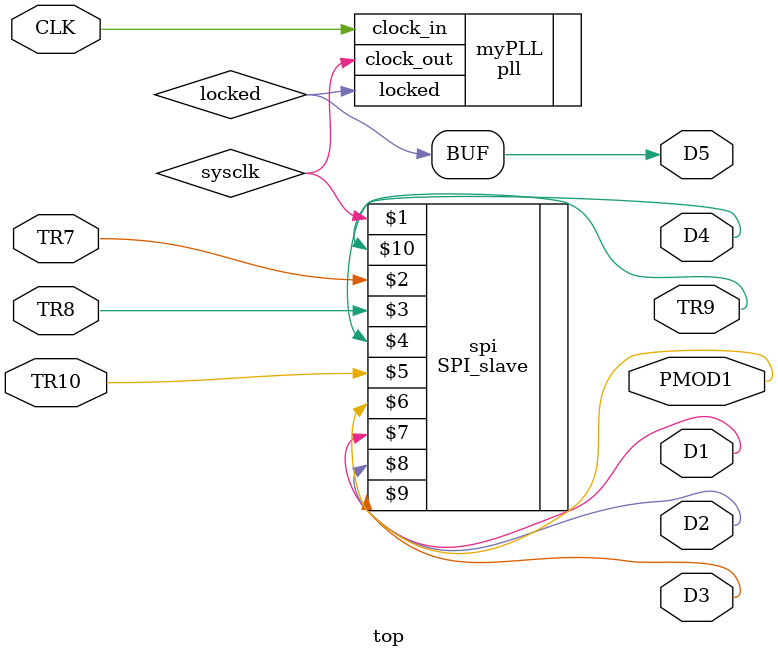
<source format=v>
module top (
	input  CLK,
  output D1,
  output D2,
  output D3,
  output D4,
  output D5,
  output reg PMOD1,
  input TR7,
  input TR8,
  output TR9,
  input TR10
);

wire       sysclk;							
wire       locked;							
pll myPLL (.clock_in(CLK), .clock_out(sysclk), .locked(locked));	
		
SPI_slave spi(
  sysclk, 
  TR7, 
  TR8, 
  TR9, 
  TR10, 
  PMOD1,
  D1,
  D2,
  D3,
  D4);

assign D5 = locked;

endmodule

</source>
